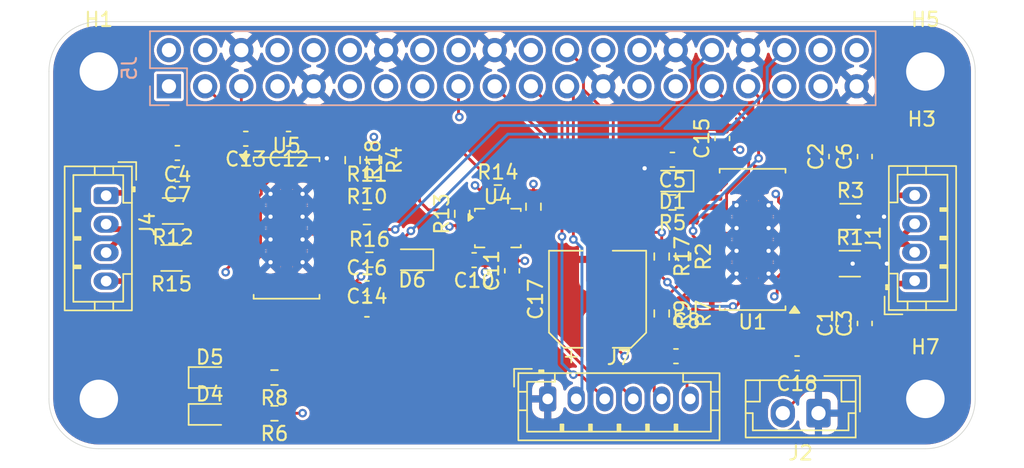
<source format=kicad_pcb>
(kicad_pcb (version 20241229) (generator "pcbnew") (generator_version "9.0")
  (layers (0 "F.Cu" signal) (4 "In1.Cu" power "In1.Cu - GND") (6 "In2.Cu" power "In2.Cu - SUPPLY") (2 "B.Cu" signal) (13 "F.Paste" user) (15 "B.Paste" user) (5 "F.SilkS" user "F.Silkscreen") (7 "B.SilkS" user "B.Silkscreen") (1 "F.Mask" user) (3 "B.Mask" user) (25 "Edge.Cuts" user))
  (net 0 "")
  (net 1 "Net-(U1-CPI)")
  (net 2 "Net-(U1-CPO)")
  (net 3 "GND")
  (net 4 "Net-(U1-VCP)")
  (net 5 "Net-(U1-5VOUT)")
  (net 6 "+3.3V")
  (net 7 "Net-(U5-VCP)")
  (net 8 "Net-(U5-CPO)")
  (net 9 "Net-(U5-CPI)")
  (net 10 "Net-(U5-5VOUT)")
  (net 11 "Net-(D1-A)")
  (net 12 "Net-(D4-A)")
  (net 13 "Net-(D5-A)")
  (net 14 "Net-(D6-A)")
  (net 15 "Net-(J1-Pin_4)")
  (net 16 "Net-(J1-Pin_3)")
  (net 17 "Net-(J1-Pin_2)")
  (net 18 "Net-(J1-Pin_1)")
  (net 19 "Net-(J4-Pin_3)")
  (net 20 "Net-(J4-Pin_4)")
  (net 21 "Net-(J4-Pin_1)")
  (net 22 "Net-(J4-Pin_2)")
  (net 23 "+5V")
  (net 28 "DIR1")
  (net 29 "SCLK")
  (net 34 "DIR2")
  (net 36 "MISO")
  (net 40 "STEP2")
  (net 43 "MOSI")
  (net 45 "SDA")
  (net 48 "CS")
  (net 49 "SCL")
  (net 50 "Net-(U1-BRA)")
  (net 51 "Net-(U1-MS1)")
  (net 52 "Net-(U1-BRB)")
  (net 53 "Net-(U5-MS1)")
  (net 54 "Net-(U1-DIAG)")
  (net 55 "Net-(U1-MS2)")
  (net 56 "Net-(U5-MS2)")
  (net 57 "Net-(U5-BRA)")
  (net 58 "Net-(U5-BRB)")
  (net 59 "Net-(U5-DIAG)")
  (net 60 "Net-(U4-CS)")
  (net 77 "VCC")
  (net 78 "STEP1")
  (footprint "Resistor_SMD:R_0603_1608Metric" (layer "F.Cu") (at 118.8125 110.225)
    (property "Reference" "R10")
    (property "Value" "10K")
  )
  (footprint "LED_SMD:LED_0603_1608Metric" (layer "F.Cu") (at 121.9875 113.225 180)
    (property "Reference" "D6")
    (property "Value" "LED")
  )
  (footprint "Resistor_SMD:R_1206_3216Metric" (layer "F.Cu") (at 152.75 110.2)
    (property "Reference" "R3")
    (property "Value" "220m")
  )
  (footprint "Resistor_SMD:R_0603_1608Metric" (layer "F.Cu") (at 125.5 110 90)
    (property "Reference" "R13")
    (property "Value" "10 K")
  )
  (footprint "Resistor_SMD:R_0603_1608Metric" (layer "F.Cu") (at 141 117 -90)
    (property "Reference" "R7")
    (property "Value" "10K")
  )
  (footprint "Resistor_SMD:R_1206_3216Metric" (layer "F.Cu") (at 105.2 109.8 180)
    (property "Reference" "R12")
    (property "Value" "220m")
  )
  (footprint "Connector_JST:JST_PH_B4B-PH-K_1x04_P2.00mm_Vertical" (layer "F.Cu") (at 157.25 114.7 90)
    (property "Reference" "J1")
    (property "Value" "Conn_01x04")
  )
  (footprint "Resistor_SMD:R_0603_1608Metric" (layer "F.Cu") (at 118.9875 113.225)
    (property "Reference" "R16")
    (property "Value" "1k")
  )
  (footprint "Resistor_SMD:R_0603_1608Metric" (layer "F.Cu") (at 117.8125 106.225 -90)
    (property "Reference" "R18")
    (property "Value" "R_Small")
  )
  (footprint "Resistor_SMD:R_0603_1608Metric" (layer "F.Cu") (at 130.5 109.5 -90)
    (property "Reference" "R19" (hide yes))
    (property "Value" "10k")
  )
  (footprint "Resistor_SMD:R_0603_1608Metric" (layer "F.Cu") (at 140.25 109.2 180)
    (property "Reference" "R5")
    (property "Value" "1k")
  )
  (footprint "Capacitor_SMD:C_0603_1608Metric" (layer "F.Cu") (at 113.3125 104.725 180)
    (property "Reference" "C12")
    (property "Value" "100n")
  )
  (footprint "Capacitor_SMD:C_0603_1608Metric" (layer "F.Cu") (at 110.3125 104.725 180)
    (property "Reference" "C13")
    (property "Value" "22n")
  )
  (footprint "Capacitor_SMD:CP_Elec_6.3x5.4" (layer "F.Cu") (at 135 116 90)
    (property "Reference" "C17")
    (property "Value" "330u")
  )
  (footprint "Capacitor_SMD:C_0603_1608Metric" (layer "F.Cu") (at 105.5125 105.725 180)
    (property "Reference" "C4")
    (property "Value" "100n")
  )
  (footprint "Capacitor_SMD:C_0603_1608Metric" (layer "F.Cu") (at 153.75 105.975 90)
    (property "Reference" "C6")
    (property "Value" "100n")
  )
  (footprint "Capacitor_SMD:C_0603_1608Metric" (layer "F.Cu") (at 151.75 105.975 90)
    (property "Reference" "C2")
    (property "Value" "100n")
  )
  (footprint "Resistor_SMD:R_0603_1608Metric" (layer "F.Cu") (at 141 113 -90)
    (property "Reference" "R2")
    (property "Value" "R_Small")
  )
  (footprint "Capacitor_SMD:C_0603_1608Metric" (layer "F.Cu") (at 126.3375 113.25 180)
    (property "Reference" "C10")
    (property "Value" "100nF")
  )
  (footprint "Capacitor_SMD:C_0603_1608Metric" (layer "F.Cu") (at 152.25 117.7 90)
    (property "Reference" "C1")
    (property "Value" "22n")
  )
  (footprint "Connector_JST:JST_EH_B2B-EH-A_1x02_P2.50mm_Vertical" (layer "F.Cu") (at 150.5 124 180)
    (property "Reference" "J2")
    (property "Value" "Conn_01x02")
  )
  (footprint "LED_SMD:LED_0603_1608Metric" (layer "F.Cu") (at 107.7875 124.09)
    (property "Reference" "D4")
    (property "Value" "LED")
  )
  (footprint "Resistor_SMD:R_1206_3216Metric" (layer "F.Cu") (at 152.7 113.5)
    (property "Reference" "R1")
    (property "Value" "220m")
  )
  (footprint "Connector_JST:JST_PH_B4B-PH-K_1x04_P2.00mm_Vertical" (layer "F.Cu") (at 100.5125 108.725 -90)
    (property "Reference" "J4")
    (property "Value" "Conn_01x04")
  )
  (footprint "Capacitor_SMD:C_0603_1608Metric" (layer "F.Cu") (at 153.75 117.7 90)
    (property "Reference" "C3")
    (property "Value" "100n")
  )
  (footprint "MountingHole:MountingHole_2.7mm_M2.5_Pad" (layer "F.Cu") (at 100 123)
    (property "Reference" "H3")
    (property "Value" "MountingHole_Pad")
  )
  (footprint "Connector_JST:JST_PH_B6B-PH-K_1x06_P2.00mm_Vertical" (layer "F.Cu") (at 131.5 123)
    (property "Reference" "J7")
    (property "Value" "Conn_01x06")
  )
  (footprint "Resistor_SMD:R_0603_1608Metric" (layer "F.Cu") (at 112.325 124.01 180)
    (property "Reference" "R6")
    (property "Value" "6.8k")
  )
  (footprint "Package_SO:HTSSOP-28-1EP_4.4x9.7mm_P0.65mm_EP2.85x5.4mm_ThermalVias" (layer "F.Cu") (at 113.175 111)
    (property "Reference" "U5")
    (property "Value" "~")
  )
  (footprint "Capacitor_SMD:C_0603_1608Metric" (layer "F.Cu") (at 105.5125 107.225 180)
    (property "Reference" "C7")
    (property "Value" "100n")
  )
  (footprint "MountingHole:MountingHole_2.7mm_M2.5_Pad" (layer "F.Cu") (at 100 100)
    (property "Reference" "H1")
    (property "Value" "MountingHole_Pad")
  )
  (footprint "Resistor_SMD:R_1206_3216Metric" (layer "F.Cu") (at 105.1 113.1 180)
    (property "Reference" "R15")
    (property "Value" "220m")
  )
  (footprint "Capacitor_SMD:C_0603_1608Metric" (layer "F.Cu") (at 140.25 106.2 180)
    (property "Reference" "C5")
    (property "Value" "2u2")
  )
  (footprint "Package_SO:HTSSOP-28-1EP_4.4x9.7mm_P0.65mm_EP2.85x5.4mm_ThermalVias" (layer "F.Cu") (at 145.875 111.8 180)
    (property "Reference" "U1")
    (property "Value" "~")
  )
  (footprint "Capacitor_SMD:C_0603_1608Metric" (layer "F.Cu") (at 118.8125 116.725)
    (property "Reference" "C14")
    (property "Value" "2u2")
  )
  (footprint "MountingHole:MountingHole_2.7mm_M2.5_Pad" (layer "F.Cu") (at 158 123)
    (property "Reference" "H7")
    (property "Value" "MountingHole_Pad")
  )
  (footprint "Capacitor_SMD:C_0603_1608Metric" (layer "F.Cu") (at 143.75 104.7 90)
    (property "Reference" "C15")
    (property "Value" "100n")
  )
  (footprint "Capacitor_SMD:C_0603_1608Metric" (layer "F.Cu") (at 118.8125 115.225)
    (property "Reference" "C16")
    (property "Value" "100n")
  )
  (footprint "Resistor_SMD:R_0603_1608Metric" (layer "F.Cu") (at 139.5 113 -90)
    (property "Reference" "R17")
    (property "Value" "R_Small")
  )
  (footprint "LED_SMD:LED_0603_1608Metric" (layer "F.Cu") (at 107.7875 121.5)
    (property "Reference" "D5")
    (property "Value" "LED")
  )
  (footprint "MountingHole:MountingHole_2.7mm_M2.5_Pad" (layer "F.Cu") (at 158 100)
    (property "Reference" "H5")
    (property "Value" "MountingHole_Pad")
  )
  (footprint "Resistor_SMD:R_0603_1608Metric" (layer "F.Cu") (at 118.8125 108.725)
    (property "Reference" "R11")
    (property "Value" "10K")
  )
  (footprint "Capacitor_SMD:C_0603_1608Metric" (layer "F.Cu") (at 149 120.5 180)
    (property "Reference" "C18")
    (property "Value" "100n")
  )
  (footprint "Capacitor_SMD:C_0603_1608Metric" (layer "F.Cu") (at 140.5 120)
    (property "Reference" "C8")
    (property "Value" "100n")
  )
  (footprint "Capacitor_SMD:C_0603_1608Metric" (layer "F.Cu") (at 129 114 90)
    (property "Reference" "C11")
    (property "Value" "100nF")
  )
  (footprint "Resistor_SMD:R_0603_1608Metric" (layer "F.Cu") (at 128 108.5)
    (property "Reference" "R14")
    (property "Value" "10K")
  )
  (footprint "Package_LGA:LGA-14_3x2.5mm_P0.5mm_LayoutBorder3x4y" (layer "F.Cu") (at 128 111)
    (property "Reference" "U4")
    (property "Value" "LSM6DSOX")
  )
  (footprint "Resistor_SMD:R_0603_1608Metric" (layer "F.Cu") (at 139.5 117 -90)
    (property "Reference" "R9")
    (property "Value" "10K")
  )
  (footprint "Resistor_SMD:R_0603_1608Metric" (layer "F.Cu") (at 119.3125 106.225 -90)
    (property "Reference" "R4")
    (property "Value" "R_Small")
  )
  (footprint "LED_SMD:LED_0603_1608Metric" (layer "F.Cu") (at 140.25 107.7 180)
    (property "Reference" "D1")
    (property "Value" "LED")
  )
  (footprint "Resistor_SMD:R_0603_1608Metric" (layer "F.Cu") (at 112.325 121.5 180)
    (property "Reference" "R8")
    (property "Value" "6.8k")
  )
  (footprint "Connector_PinSocket_2.54mm:PinSocket_2x20_P2.54mm_Vertical" (layer "B.Cu") (at 104.92 101.04 -90)
    (property "Reference" "J5")
    (property "Value" "Rpi 2W Zéro")
  )
  (gr_arc (start 161.5 123) (mid 160.474874 125.474874) (end 158 126.5) (stroke (width 0.05)) (layer "Edge.Cuts"))
  (gr_line (start 158 126.5) (end 100 126.5) (stroke (width 0.05)) (layer "Edge.Cuts"))
  (gr_arc (start 96.5 100) (mid 97.525126 97.525126) (end 100 96.5) (stroke (width 0.05)) (layer "Edge.Cuts"))
  (gr_line (start 161.5 100) (end 161.5 123) (stroke (width 0.05)) (layer "Edge.Cuts"))
  (gr_line (start 96.5 123) (end 96.5 100) (stroke (width 0.05)) (layer "Edge.Cuts"))
  (gr_arc (start 158 96.5) (mid 160.474874 97.525126) (end 161.5 100) (stroke (width 0.05)) (layer "Edge.Cuts"))
  (gr_line (start 100 96.5) (end 158 96.5) (stroke (width 0.05)) (layer "Edge.Cuts"))
  (gr_arc (start 100 126.5) (mid 97.525126 125.474874) (end 96.5 123) (stroke (width 0.05)) (layer "Edge.Cuts"))
  (segment (start 151.125 116.925) (end 152.25 116.925) (width 0.2) (layer "F.Cu") (net 1))
  (segment (start 149.575 115.375) (end 151.125 116.925) (width 0.2) (layer "F.Cu") (net 1))
  (segment (start 148.7375 115.375) (end 149.575 115.375) (width 0.2) (layer "F.Cu") (net 1))
  (segment (start 148.7375 116.025) (end 151.1875 118.475) (width 0.2) (layer "F.Cu") (net 2))
  (segment (start 151.1875 118.475) (end 152.25 118.475) (width 0.2) (layer "F.Cu") (net 2))
  (segment (start 154.2125 110.2) (end 155.1 110.2) (width 0.2) (layer "F.Cu") (net 3))
  (segment (start 140.1375 106.8) (end 138.3 106.8) (width 0.2) (layer "F.Cu") (net 3))
  (segment (start 154.2125 110.2) (end 153.3 110.2) (width 0.2) (layer "F.Cu") (net 3))
  (segment (start 154.1625 113.5) (end 155.3 113.5) (width 0.4) (layer "F.Cu") (net 3))
  (segment (start 154.1625 113.5) (end 152.9 113.5) (width 0.4) (layer "F.Cu") (net 3))
  (segment (start 116.0375 106.1375) (end 116 106.1) (width 0.2) (layer "F.Cu") (net 3))
  (segment (start 141.0375 107.7) (end 140.1375 106.8) (width 0.2) (layer "F.Cu") (net 3))
  (segment (start 116.0375 106.775) (end 116.0375 106.1375) (width 0.2) (layer "F.Cu") (net 3))
  (via (at 155.3 113.5) (size 0.6) (drill 0.3) (layers "F.Cu" "B.Cu") (net 3))
  (via (at 138.3 106.8) (size 0.6) (drill 0.3) (layers "F.Cu" "B.Cu") (net 3))
  (via (at 116 106.1) (size 0.6) (drill 0.3) (layers "F.Cu" "B.Cu") (net 3))
  (via (at 153.3 110.2) (size 0.6) (drill 0.3) (layers "F.Cu" "B.Cu") (net 3))
  (via (at 155.1 110.2) (size 0.6) (drill 0.3) (layers "F.Cu" "B.Cu") (net 3))
  (via (at 152.9 113.5) (size 0.6) (drill 0.3) (layers "F.Cu" "B.Cu") (net 3))
  (segment (start 148.7375 114.725) (end 149.816479 114.725) (width 0.2) (layer "F.Cu") (net 4))
  (segment (start 151.265479 116.174) (end 152.999 116.174) (width 0.2) (layer "F.Cu") (net 4))
  (segment (start 149.816479 114.725) (end 151.265479 116.174) (width 0.2) (layer "F.Cu") (net 4))
  (segment (start 152.999 116.174) (end 153.75 116.925) (width 0.2) (layer "F.Cu") (net 4))
  (segment (start 141.6375 106.2) (end 143.0125 107.575) (width 0.2) (layer "F.Cu") (net 5))
  (segment (start 141.025 106.2) (end 141.6375 106.2) (width 0.2) (layer "F.Cu") (net 5))
  (segment (start 119.3125 104.6125) (end 119.3 104.6) (width 0.2) (layer "F.Cu") (net 6))
  (segment (start 130.5 108.675) (end 130.5 107.9) (width 0.2) (layer "F.Cu") (net 6))
  (segment (start 129.1625 111.75) (end 129.1625 113.0625) (width 0.2) (layer "F.Cu") (net 6))
  (segment (start 144.051 105.776) (end 143.75 105.475) (width 0.2) (layer "F.Cu") (net 6))
  (segment (start 138 111.3) (end 139.5 111.3) (width 0.2) (layer "F.Cu") (net 6))
  (segment (start 125.24 101.04) (end 125.24 103.14) (width 0.2) (layer "F.Cu") (net 6))
  (segment (start 139.5 112.175) (end 139.5 112) (width 0.1) (layer "F.Cu") (net 6))
  (segment (start 127.175 108.5) (end 126.9 108.5) (width 0.2) (layer "F.Cu") (net 6))
  (segment (start 127.1125 114.0875) (end 127.1 114.1) (width 0.2) (layer "F.Cu") (net 6))
  (segment (start 139.709936 119.224) (end 137.8 117.314064) (width 0.2) (layer "F.Cu") (net 6))
  (segment (start 118.0375 114.7625) (end 118.4 114.4) (width 0.2) (layer "F.Cu") (net 6))
  (segment (start 129.9 113.3) (end 129.3 113.3) (width 0.2) (layer "F.Cu") (net 6))
  (segment (start 113.15 121.5) (end 113.15 116.725001) (width 0.2) (layer "F.Cu") (net 6))
  (segment (start 117.8125 105.4) (end 119.3125 105.4) (width 0.2) (layer "F.Cu") (net 6))
  (segment (start 117.3875 114.575) (end 118.0375 115.225) (width 0.2) (layer "F.Cu") (net 6))
  (segment (start 137.8 111.5) (end 138 111.3) (width 0.2) (layer "F.Cu") (net 6))
  (segment (start 129.225 113.225) (end 129 113.225) (width 0.2) (layer "F.Cu") (net 6))
  (segment (start 119.3125 105.4) (end 119.3125 104.6125) (width 0.2) (layer "F.Cu") (net 6))
  (segment (start 143.0125 108.225) (end 143.66987 108.225) (width 0.2) (layer "F.Cu") (net 6))
  (segment (start 141.275 120) (end 141.275 122.775) (width 0.2) (layer "F.Cu") (net 6))
  (segment (start 141.275 120) (end 140.499 119.224) (width 0.2) (layer "F.Cu") (net 6))
  (segment (start 115.300001 114.575) (end 116.0375 114.575) (width 0.2) (layer "F.Cu") (net 6))
  (segment (start 125.24 101.04) (end 125.24 101.76) (width 0.1) (layer "F.Cu") (net 6))
  (segment (start 140.499 119.224) (end 139.709936 119.224) (width 0.2) (layer "F.Cu") (net 6))
  (segment (start 141.5 120.225) (end 141.275 120) (width 0.1) (layer "F.Cu") (net 6))
  (segment (start 129.1625 113.0625) (end 129 113.225) (width 0.2) (layer "F.Cu") (net 6))
  (segment (start 125.5 110.825) (end 124.675 110.825) (width 0.2) (layer "F.Cu") (net 6))
  (segment (start 139.5 112.175) (end 139.5 111.3) (width 0.2) (layer "F.Cu") (net 6))
  (segment (start 124.675 110.825) (end 124.6 110.9) (width 0.2) (layer "F.Cu") (net 6))
  (segment (start 129.3 113.3) (end 129.225 113.225) (width 0.2) (layer "F.Cu") (net 6))
  (segment (start 141.275 122.775) (end 141.5 123) (width 0.2) (layer "F.Cu") (net 6))
  (segment (start 137.8 117.314064) (end 137.8 111.5) (width 0.2) (layer "F.Cu") (net 6))
  (segment (start 127.1125 113.25) (end 127.1125 114.0875) (width 0.2) (layer "F.Cu") (net 6))
  (segment (start 127.5 111.9125) (end 127.5 112.8625) (width 0.2) (layer "F.Cu") (net 6))
  (segment (start 113.15 116.725001) (end 115.300001 114.575) (width 0.2) (layer "F.Cu") (net 6))
  (segment (start 116.0375 114.575) (end 117.3875 114.575) (width 0.2) (layer "F.Cu") (net 6))
  (segment (start 127.5 112.8625) (end 127.1125 113.25) (width 0.2) (layer "F.Cu") (net 6))
  (segment (start 118.0375 115.225) (end 118.0375 114.7625) (width 0.2) (layer "F.Cu") (net 6))
  (segment (start 143.75 105.475) (end 144.975 105.475) (width 0.2) (layer "F.Cu") (net 6))
  (segment (start 139.5 112.175) (end 141 112.175) (width 0.2) (layer "F.Cu") (net 6))
  (segment (start 143.66987 108.225) (end 144.051 107.84387) (width 0.2) (layer "F.Cu") (net 6))
  (segment (start 144.975 105.475) (end 145 105.5) (width 0.2) (layer "F.Cu") (net 6))
  (segment (start 144.051 107.84387) (end 144.051 105.776) (width 0.2) (layer "F.Cu") (net 6))
  (segment (start 125.24 103.14) (end 125.3 103.2) (width 0.2) (layer "F.Cu") (net 6))
  (segment (start 126.9 108.5) (end 126.4 108) (width 0.2) (layer "F.Cu") (net 6))
  (via (at 124.6 110.9) (size 0.6) (drill 0.3) (layers "F.Cu" "B.Cu") (net 6))
  (via (at 127.1 114.1) (size 0.6) (drill 0.3) (layers "F.Cu" "B.Cu") (net 6))
  (via (at 145 105.5) (size 0.6) (drill 0.3) (layers "F.Cu" "B.Cu") (net 6))
  (via (at 129.9 113.3) (size 0.6) (drill 0.3) (layers "F.Cu" "B.Cu") (net 6))
  (via (at 118.4 114.4) (size 0.6) (drill 0.3) (layers "F.Cu" "B.Cu") (net 6))
  (via (at 139.5 111.3) (size 0.6) (drill 0.3) (layers "F.Cu" "B.Cu") (net 6))
  (via (at 125.3 103.2) (size 0.6) (drill 0.3) (layers "F.Cu" "B.Cu") (net 6))
  (via (at 119.3 104.6) (size 0.6) (drill 0.3) (layers "F.Cu" "B.Cu") (net 6))
  (via (at 130.5 107.9) (size 0.6) (drill 0.3) (layers "F.Cu" "B.Cu") (net 6))
  (via (at 126.4 108) (size 0.6) (drill 0.3) (layers "F.Cu" "B.Cu") (net 6))
  (segment (start 112.5375 106.50737) (end 112.5375 104.725) (width 0.2) (layer "F.Cu") (net 7))
  (segment (start 110.3125 108.075) (end 110.96987 108.075) (width 0.2) (layer "F.Cu") (net 7))
  (segment (start 110.96987 108.075) (end 112.5375 106.50737) (width 0.2) (layer "F.Cu") (net 7))
  (segment (start 110.3125 106.775) (end 111.0875 106) (width 0.2) (layer "F.Cu") (net 8))
  (segment (start 111.0875 106) (end 111.0875 104.725) (width 0.2) (layer "F.Cu") (net 8))
  (segment (start 110.3125 107.425) (end 109.65513 107.425) (width 0.2) (layer "F.Cu") (net 9))
  (segment (start 109.5375 104.725) (end 109.324 104.9385) (width 0.1) (layer "F.Cu") (net 9))
  (segment (start 109.65513 107.425) (end 109.274 107.04387) (width 0.2) (layer "F.Cu") (net 9))
  (segment (start 109.274 104.9885) (end 109.5375 104.725) (width 0.2) (layer "F.Cu") (net 9))
  (segment (start 109.575001 107.425) (end 110.3125 107.425) (width 0.1) (layer "F.Cu") (net 9))
  (segment (start 109.274 107.04387) (end 109.274 104.9885) (width 0.2) (layer "F.Cu") (net 9))
  (segment (start 117.5375 116.725) (end 118.0375 116.725) (width 0.2) (layer "F.Cu") (net 10))
  (segment (start 116.0375 115.225) (end 117.5375 116.725) (width 0.2) (layer "F.Cu") (net 10))
  (segment (start 139.425 107.7375) (end 139.4625 107.7) (width 0.2) (layer "F.Cu") (net 11))
  (segment (start 139.425 109.2) (end 139.425 107.7375) (width 0.2) (layer "F.Cu") (net 11))
  (segment (start 108.575 124.09) (end 111.42 124.09) (width 0.2) (layer "F.Cu") (net 12))
  (segment (start 111.42 124.09) (end 111.5 124.01) (width 0.2) (layer "F.Cu") (net 12))
  (segment (start 111.5 121.5) (end 108.575 121.5) (width 0.2) (layer "F.Cu") (net 13))
  (segment (start 119.8125 113.225) (end 121.2 113.225) (width 0.2) (layer "F.Cu") (net 14))
  (segment (start 150.3 109.8) (end 149.925 110.175) (width 0.4) (layer "F.Cu") (net 15))
  (segment (start 150.3 109.32242) (end 150.3 109.8) (width 0.4) (layer "F.Cu") (net 15))
  (segment (start 150.92242 108.7) (end 150.3 109.32242) (width 0.4) (layer "F.Cu") (net 15))
  (segment (start 157.25 108.7) (end 150.92242 108.7) (width 0.4) (layer "F.Cu") (net 15))
  (segment (start 149.925 110.175) (end 148.7375 110.175) (width 0.4) (layer "F.Cu") (net 15))
  (segment (start 148.7375 111.475) (end 156.475 111.475) (width 0.4) (layer "F.Cu") (net 16))
  (segment (start 156.475 111.475) (end 157.25 110.7) (width 0.4) (layer "F.Cu") (net 16))
  (segment (start 148.7375 112.125) (end 156.675 112.125) (width 0.4) (layer "F.Cu") (net 17))
  (segment (start 156.675 112.125) (end 157.25 112.7) (width 0.4) (layer "F.Cu") (net 17))
  (segment (start 150.7 114.9) (end 157.05 114.9) (width 0.4) (layer "F.Cu") (net 18))
  (segment (start 149.536292 113.425) (end 150.2 114.088708) (width 0.4) (layer "F.Cu") (net 18))
  (segment (start 150.2 114.088708) (end 150.2 114.4) (width 0.4) (layer "F.Cu") (net 18))
  (segment (start 150.2 114.4) (end 150.7 114.9) (width 0.4) (layer "F.Cu") (net 18))
  (segment (start 148.7375 113.425) (end 149.536292 113.425) (width 0.4) (layer "F.Cu") (net 18))
  (segment (start 157.05 114.9) (end 157.25 114.7) (width 0.4) (layer "F.Cu") (net 18))
  (segment (start 107.852522 111.325) (end 110.3125 111.325) (width 0.4) (layer "F.Cu") (net 19))
  (segment (start 100.5125 112.6875) (end 100.5125 112.725) (width 0.4) (layer "F.Cu") (net 19))
  (segment (start 107.477522 111.7) (end 101.5 111.7) (width 0.4) (layer "F.Cu") (net 19))
  (segment (start 107.477522 111.7) (end 107.852522 111.325) (width 0.4) (layer "F.Cu") (net 19))
  (segment (start 101.5 111.7) (end 100.5125 112.6875) (width 0.4) (layer "F.Cu") (net 19))
  (segment (start 110.3125 112.625) (end 108.90258 112.625) (width 0.4) (layer "F.Cu") (net 20))
  (segment (start 108.90258 112.625) (end 106.80258 114.725) (width 0.4) (layer "F.Cu") (net 20))
  (segment (start 110.3125 112.625) (end 109.575001 112.625) (width 0.1) (layer "F.Cu") (net 20))
  (segment (start 106.80258 114.725) (end 100.5125 114.725) (width 0.4) (layer "F.Cu") (net 20))
  (segment (start 108.10258 109.375) (end 110.3125 109.375) (width 0.4) (layer "F.Cu") (net 21))
  (segment (start 100.7135 108.524) (end 100.5125 108.725) (width 0.4) (layer "F.Cu") (net 21))
  (segment (start 108.10258 109.375) (end 107.25158 108.524) (width 0.4) (layer "F.Cu") (net 21))
  (segment (start 107.25158 108.524) (end 100.7135 108.524) (width 0.4) (layer "F.Cu") (net 21))
  (segment (start 107.25158 111.076) (end 107.65258 110.675) (width 0.4) (layer "F.Cu") (net 22))
  (segment (start 100.8635 111.076) (end 107.25158 111.076) (width 0.4) (layer "F.Cu") (net 22))
  (segment (start 107.65258 110.675) (end 110.3125 110.675) (width 0.4) (layer "F.Cu") (net 22))
  (segment (start 100.5125 110.725) (end 100.8635 111.076) (width 0.4) (layer "F.Cu") (net 22))
  (segment (start 116.0375 111.975) (end 121.125 111.975) (width 0.2) (layer "F.Cu") (net 28))
  (segment (start 121.125 111.975) (end 121.9 111.2) (width 0.2) (layer "F.Cu") (net 28))
  (via (at 121.9 111.2) (size 0.6) (drill 0.3) (layers "F.Cu" "B.Cu") (net 28))
  (segment (start 121.9 111.2) (end 128.699 104.401) (width 0.2) (layer "B.Cu") (net 28))
  (segment (start 146.9 101.32776) (end 146.9 99.7) (width 0.2) (layer "B.Cu") (net 28))
  (segment (start 146.9 99.7) (end 148.1 98.5) (width 0.2) (layer "B.Cu") (net 28))
  (segment (start 128.699 104.401) (end 143.82676 104.401) (width 0.2) (layer "B.Cu") (net 28))
  (segment (start 143.82676 104.401) (end 146.9 101.32776) (width 0.2) (layer "B.Cu") (net 28))
  (segment (start 132.86 101.04) (end 133.3 101.48) (width 0.2) (layer "F.Cu") (net 29))
  (segment (start 133.3 101.48) (end 133.3 111.8) (width 0.2) (layer "F.Cu") (net 29))
  (via (at 133.3 111.8) (size 0.6) (drill 0.3) (layers "F.Cu" "B.Cu") (net 29))
  (segment (start 133.901 122.599) (end 133.5 123) (width 0.2) (layer "B.Cu") (net 29))
  (segment (start 133.3 111.8) (end 133.901 112.401) (width 0.2) (layer "B.Cu") (net 29))
  (segment (start 133.901 112.401) (end 133.901 122.599) (width 0.2) (layer "B.Cu") (net 29))
  (segment (start 143.02 101.04) (end 145.601 103.621) (width 0.2) (layer "F.Cu") (net 34))
  (segment (start 143.66987 110.825) (end 143.0125 110.825) (width 0.2) (layer "F.Cu") (net 34))
  (segment (start 145.601 107.05613) (end 144.051 108.60613) (width 0.2) (layer "F.Cu") (net 34))
  (segment (start 144.051 108.60613) (end 144.051 110.44387) (width 0.2) (layer "F.Cu") (net 34))
  (segment (start 145.601 103.621) (end 145.601 107.05613) (width 0.2) (layer "F.Cu") (net 34))
  (segment (start 144.051 110.44387) (end 143.66987 110.825) (width 0.2) (layer "F.Cu") (net 34))
  (segment (start 133.3 121.3) (end 133.8 121.3) (width 0.2) (layer "F.Cu") (net 36))
  (segment (start 133.8 121.3) (end 135.5 123) (width 0.2) (layer "F.Cu") (net 36))
  (segment (start 130.32 101.04) (end 132.5 103.22) (width 0.2) (layer "F.Cu") (net 36))
  (segment (start 132.5 103.22) (end 132.5 111.6) (width 0.2) (layer "F.Cu") (net 36))
  (via (at 133.3 121.3) (size 0.6) (drill 0.3) (layers "F.Cu" "B.Cu") (net 36))
  (via (at 132.5 111.6) (size 0.6) (drill 0.3) (layers "F.Cu" "B.Cu") (net 36))
  (segment (start 133.3 121.3) (end 133.301 121.301) (width 0.2) (layer "B.Cu") (net 36))
  (segment (start 132.5 111.6) (end 132.5 120.5) (width 0.2) (layer "B.Cu") (net 36))
  (segment (start 132.5 120.5) (end 133.3 121.3) (width 0.2) (layer "B.Cu") (net 36))
  (segment (start 146.3 101.78) (end 146.3 106.1) (width 0.2) (layer "F.Cu") (net 40))
  (segment (start 141.7 111.549999) (end 142.275001 112.125) (width 0.2) (layer "F.Cu") (net 40))
  (segment (start 142.275001 112.125) (end 143.0125 112.125) (width 0.2) (layer "F.Cu") (net 40))
  (segment (start 141.7 111.2) (end 141.7 111.549999) (width 0.2) (layer "F.Cu") (net 40))
  (segment (start 145.56 101.04) (end 146.3 101.78) (width 0.2) (layer "F.Cu") (net 40))
  (via (at 141.7 111.2) (size 0.6) (drill 0.3) (layers "F.Cu" "B.Cu") (net 40))
  (via (at 146.3 106.1) (size 0.6) (drill 0.3) (layers "F.Cu" "B.Cu") (net 40))
  (segment (start 146.3 106.1) (end 141.7 110.7) (width 0.2) (layer "B.Cu") (net 40))
  (segment (start 141.7 110.7) (end 141.7 111.2) (width 0.2) (layer "B.Cu") (net 40))
  (segment (start 135.125397 121.825397) (end 136.325397 121.825397) (width 0.2) (layer "F.Cu") (net 43))
  (segment (start 136.325397 121.825397) (end 137.5 123) (width 0.2) (layer "F.Cu") (net 43))
  (segment (start 127.78 101.04) (end 131.276 104.536) (width 0.2) (layer "F.Cu") (net 43))
  (segment (start 131.276 117.976) (end 135.125397 121.825397) (width 0.2) (layer "F.Cu") (net 43))
  (segment (start 131.276 104.536) (end 131.276 117.976) (width 0.2) (layer "F.Cu") (net 43))
  (segment (start 119.498943 103.949) (end 122.5 106.950057) (width 0.2) (layer "F.Cu") (net 45))
  (segment (start 123.124076 109.724076) (end 127.175924 109.724076) (width 0.2) (layer "F.Cu") (net 45))
  (segment (start 110.369 103.949) (end 119.498943 103.949) (width 0.2) (layer "F.Cu") (net 45))
  (segment (start 122.5 106.950057) (end 122.5 109.1) (width 0.2) (layer "F.Cu") (net 45))
  (segment (start 127.5 110.048152) (end 127.5 110.0875) (width 0.2) (layer "F.Cu") (net 45))
  (segment (start 126.626848 109.175) (end 127.175924 109.724076) (width 0.2) (layer "F.Cu") (net 45))
  (segment (start 107.46 101.04) (end 110.369 103.949) (width 0.2) (layer "F.Cu") (net 45))
  (segment (start 122.5 109.1) (end 123.124076 109.724076) (width 0.2) (layer "F.Cu") (net 45))
  (segment (start 125.5 109.175) (end 126.626848 109.175) (width 0.2) (layer "F.Cu") (net 45))
  (segment (start 127.175924 109.724076) (end 127.5 110.048152) (width 0.2) (layer "F.Cu") (net 45))
  (segment (start 136.101 103.36876) (end 134.011 101.27876) (width 0.2) (layer "F.Cu") (net 48))
  (segment (start 134.011 101.27876) (end 134.011 99.651) (width 0.2) (layer "F.Cu") (net 48))
  (segment (start 134.011 99.651) (end 132.86 98.5) (width 0.2) (layer "F.Cu") (net 48))
  (segment (start 138.974 119.055164) (end 136.101 116.182164) (width 0.2) (layer "F.Cu") (net 48))
  (segment (start 139.5 123) (end 138.974 122.474) (width 0.2) (layer "F.Cu") (net 48))
  (segment (start 138.974 122.474) (end 138.974 119.055164) (width 0.2) (layer "F.Cu") (net 48))
  (segment (start 136.101 116.182164) (end 136.101 103.36876) (width 0.2) (layer "F.Cu") (net 48))
  (segment (start 128.825 108.5) (end 128 109.325) (width 0.2) (layer "F.Cu") (net 49))
  (segment (start 110 102.948) (end 110.6 103.548) (width 0.2) (layer "F.Cu") (net 49))
  (segment (start 123.412064 103.548) (end 128 108.135936) (width 0.2) (layer "F.Cu") (net 49))
  (segment (start 128 109.325) (end 128 110.0875) (width 0.2) (layer "F.Cu") (net 49))
  (segment (start 128 108.135936) (end 128 109.325) (width 0.2) (layer "F.Cu") (net 49))
  (segment (start 110 101.04) (end 110 102.948) (width 0.2) (layer "F.Cu") (net 49))
  (segment (start 110.6 103.548) (end 123.412064 103.548) (width 0.2) (layer "F.Cu") (net 49))
  (segment (start 148.7375 112.775) (end 150.5125 112.775) (width 0.4) (layer "F.Cu") (net 50))
  (segment (start 150.5125 112.775) (end 151.2375 113.5) (width 0.4) (layer "F.Cu") (net 50))
  (segment (start 141.25 114.075) (end 141 113.825) (width 0.2) (layer "F.Cu") (net 51))
  (segment (start 143.749999 114.075) (end 143.0125 114.075) (width 0.1) (layer "F.Cu") (net 51))
  (segment (start 141.6 114.075) (end 139.5 116.175) (width 0.2) (layer "F.Cu") (net 51))
  (segment (start 143.0125 114.075) (end 141.6 114.075) (width 0.2) (layer "F.Cu") (net 51))
  (segment (start 143.0125 114.075) (end 141.25 114.075) (width 0.2) (layer "F.Cu") (net 51))
  (segment (start 148.7375 110.825) (end 150.6625 110.825) (width 0.4) (layer "F.Cu") (net 52))
  (segment (start 150.6625 110.825) (end 151.2875 110.2) (width 0.4) (layer "F.Cu") (net 52))
  (segment (start 116.62416 108.725) (end 116.0375 108.725) (width 0.1) (layer "F.Cu") (net 53))
  (segment (start 117.9875 110.225) (end 117.9875 109.6885) (width 0.2) (layer "F.Cu") (net 53))
  (segment (start 116.798436 108.725) (end 117.574436 109.501) (width 0.2) (layer "F.Cu") (net 53))
  (segment (start 119.3125 107.05) (end 118.9865 107.376) (width 0.1) (layer "F.Cu") (net 53))
  (segment (start 118.9365 108.965064) (end 118.9365 107.426) (width 0.2) (layer "F.Cu") (net 53))
  (segment (start 118.9365 107.426) (end 119.3125 107.05) (width 0.2) (layer "F.Cu") (net 53))
  (segment (start 117.574436 109.501) (end 117.8 109.501) (width 0.2) (layer "F.Cu") (net 53))
  (segment (start 117.9875 110.225) (end 117.9875 110.08834) (width 0.1) (layer "F.Cu") (net 53))
  (segment (start 116.0375 108.725) (end 116.798436 108.725) (width 0.2) (layer "F.Cu") (net 53))
  (segment (start 118.400564 109.501) (end 118.9365 108.965064) (width 0.2) (layer "F.Cu") (net 53))
  (segment (start 117.9875 109.6885) (end 117.8 109.501) (width 0.2) (layer "F.Cu") (net 53))
  (segment (start 117.8 109.501) (end 118.400564 109.501) (width 0.2) (layer "F.Cu") (net 53))
  (segment (start 141.4 109.525) (end 143.0125 109.525) (width 0.2) (layer "F.Cu") (net 54))
  (segment (start 141.075 109.2) (end 141.4 109.525) (width 0.2) (layer "F.Cu") (net 54))
  (segment (start 144.9 116.3) (end 144.9 115.875001) (width 0.2) (layer "F.Cu") (net 55))
  (segment (start 141 115.775) (end 142.05 114.725) (width 0.2) (layer "F.Cu") (net 55))
  (segment (start 144.9 115.875001) (end 143.749999 114.725) (width 0.2) (layer "F.Cu") (net 55))
  (segment (start 139.5 113.825) (end 139.5 114.4) (width 0.2) (layer "F.Cu") (net 55))
  (segment (start 141 116.175) (end 141 115.775) (width 0.2) (layer "F.Cu") (net 55))
  (segment (start 144.5 116.5) (end 144.7 116.5) (width 0.2) (layer "F.Cu") (net 55))
  (segment (start 144.7 116.5) (end 144.9 116.3) (width 0.2) (layer "F.Cu") (net 55))
  (segment (start 142.05 114.725) (end 143.0125 114.725) (width 0.2) (layer "F.Cu") (net 55))
  (segment (start 143.749999 114.725) (end 143.0125 114.725) (width 0.2) (layer "F.Cu") (net 55))
  (segment (start 139.5 114.4) (end 139.9 114.8) (width 0.2) (layer "F.Cu") (net 55))
  (via (at 139.9 114.8) (size 0.6) (drill 0.3) (layers "F.Cu" "B.Cu") (net 55))
  (via (at 144.5 116.5) (size 0.6) (drill 0.3) (layers "F.Cu" "B.Cu") (net 55))
  (segment (start 139.9 114.8) (end 141.6 116.5) (width 0.2) (layer "B.Cu") (net 55))
  (segment (start 141.6 116.5) (end 144.5 116.5) (width 0.2) (layer "B.Cu") (net 55))
  (segment (start 117.3375 108.075) (end 117.9875 108.725) (width 0.2) (layer "F.Cu") (net 56))
  (segment (start 116.0375 108.075) (end 116.7875 108.075) (width 0.2) (layer "F.Cu") (net 56))
  (segment (start 116.7875 108.075) (end 117.8125 107.05) (width 0.2) (layer "F.Cu") (net 56))
  (segment (start 116.0375 108.075) (end 117.3375 108.075) (width 0.2) (layer "F.Cu") (net 56))
  (segment (start 106.8875 110.025) (end 110.3125 110.025) (width 0.4) (layer "F.Cu") (net 57))
  (segment (start 110.1125 110.225) (end 110.3125 110.025) (width 0.1) (layer "F.Cu") (net 57))
  (segment (start 106.6625 109.8) (end 106.8875 110.025) (width 0.4) (layer "F.Cu") (net 57))
  (segment (start 108.052464 111.975) (end 106.927464 113.1) (width 0.4) (layer "F.Cu") (net 58))
  (segment (start 106.927464 113.1) (end 106.5625 113.1) (width 0.4) (layer "F.Cu") (net 58))
  (segment (start 108.052464 111.975) (end 110.3125 111.975) (width 0.4) (layer "F.Cu") (net 58))
  (segment (start 116.0375 113.275) (end 118.1125 113.275) (width 0.2) (layer "F.Cu") (net 59))
  (segment (start 118.1125 113.275) (end 118.1625 113.225) (width 0.2) (layer "F.Cu") (net 59))
  (segment (start 116.0875 113.225) (end 116.0375 113.275) (width 0.1) (layer "F.Cu") (net 59))
  (segment (start 128.5 109.775001) (end 128.5 110.0875) (width 0.2) (layer "F.Cu") (net 60))
  (segment (start 128.675001 109.6) (end 128.5 109.775001) (width 0.2) (layer "F.Cu") (net 60))
  (segment (start 130 109.6) (end 128.675001 109.6) (width 0.2) (layer "F.Cu") (net 60))
  (segment (start 130.5 110.325) (end 130.5 110.1) (width 0.2) (layer "F.Cu") (net 60))
  (segment (start 130.5 110.1) (end 130 109.6) (width 0.2) (layer "F.Cu") (net 60))
  (segment (start 111.351 112.973999) (end 111.049999 113.275) (width 0.2) (layer "F.Cu") (net 77))
  (segment (start 111.4 108.6) (end 111.275 108.725) (width 0.2) (layer "F.Cu") (net 77))
  (segment (start 110.3125 113.275) (end 109.575001 113.275) (width 0.2) (layer "F.Cu") (net 77))
  (segment (start 135 118.8) (end 135.7 118.8) (width 0.2) (layer "F.Cu") (net 77))
  (segment (start 111.351 109.026001) (end 111.351 112.973999) (width 0.2) (layer "F.Cu") (net 77))
  (segment (start 148.7375 114.075) (end 148.000001 114.075) (width 0.2) (layer "F.Cu") (net 77))
  (segment (start 153.75 118.475) (end 151.725 120.5) (width 0.2) (layer "F.Cu") (net 77))
  (segment (start 108.425 108.725) (end 110.3125 108.725) (width 0.2) (layer "F.Cu") (net 77))
  (segment (start 149.474999 109.525) (end 149.799 109.200999) (width 0.2) (layer "F.Cu") (net 77))
  (segment (start 114.29 124.01) (end 114.3 124) (width 0.2) (layer "F.Cu") (net 77))
  (segment (start 149.799 109.200999) (end 149.799 108.701) (width 0.2) (layer "F.Cu") (net 77))
  (segment (start 149.775 122.225) (end 148 124) (width 0.2) (layer "F.Cu") (net 77))
  (segment (start 147.699 109.14387) (end 147.699 108.799) (width 0.2) (layer "F.Cu") (net 77))
  (segment (start 151.75 106.75) (end 153.75 106.75) (width 0.2) (layer "F.Cu") (net 77))
  (segment (start 147.601 114.474001) (end 147.601 115.599) (width 0.2) (layer "F.Cu") (net 77))
  (segment (start 111.049999 113.275) (end 110.3125 113.275) (width 0.2) (layer "F.Cu") (net 77))
  (segment (start 111.275 108.725) (end 110.3125 108.725) (width 0.2) (layer "F.Cu") (net 77))
  (segment (start 110.3125 108.725) (end 111.049999 108.725) (width 0.2) (layer "F.Cu") (net 77))
  (segment (start 147.699 108.799) (end 147.5 108.6) (width 0.2) (layer "F.Cu") (net 77))
  (segment (start 109.575001 113.275) (end 108.9 113.950001) (width 0.2) (layer "F.Cu") (net 77))
  (segment (start 110.3125 108.725) (end 109.425 108.725) (width 0.2) (layer "F.Cu") (net 77))
  (segment (start 148.7375 109.525) (end 148.08013 109.525) (width 0.2) (layer "F.Cu") (net 77))
  (segment (start 114.0875 104.725) (end 114.0875 105.533887) (width 0.2) (layer "F.Cu") (net 77))
  (segment (start 113.15 124.01) (end 114.29 124.01) (width 0.2) (layer "F.Cu") (net 77))
  (segment (start 149.799 108.701) (end 151.75 106.75) (width 0.2) (layer "F.Cu") (net 77))
  (segment (start 149.775 120.5) (end 149.775 122.225) (width 0.2) (layer "F.Cu") (net 77))
  (segment (start 135.7 118.8) (end 136.9 120) (width 0.2) (layer "F.Cu") (net 77))
  (segment (start 111.4 108.221387) (end 111.4 108.6) (width 0.2) (layer "F.Cu") (net 77))
  (segment (start 114.0875 105.533887) (end 111.4 108.221387) (width 0.2) (layer "F.Cu") (net 77))
  (segment (start 148.08013 109.525) (end 147.699 109.14387) (width 0.2) (layer "F.Cu") (net 77))
  (segment (start 106.2875 105.725) (end 106.2875 107.225) (width 0.2) (layer "F.Cu") (net 77))
  (segment (start 151.725 120.5) (end 149.775 120.5) (width 0.2) (layer "F.Cu") (net 77))
  (segment (start 106.2875 107.225) (end 106.925 107.225) (width 0.2) (layer "F.Cu") (net 77))
  (segment (start 106.925 107.225) (end 108.425 108.725) (width 0.2) (layer "F.Cu") (net 77))
  (segment (start 108.9 113.950001) (end 108.9 114.1) (width 0.2) (layer "F.Cu") (net 77))
  (segment (start 148.000001 114.075) (end 147.601 114.474001) (width 0.2) (layer "F.Cu") (net 77))
  (segment (start 147.601 115.599) (end 147.4 115.8) (width 0.2) (layer "F.Cu") (net 77))
  (segment (start 148.7375 109.525) (end 149.474999 109.525) (width 0.2) (layer "F.Cu") (net 77))
  (segment (start 111.049999 108.725) (end 111.351 109.026001) (width 0.2) (layer "F.Cu") (net 77))
  (via (at 147.4 115.8) (size 0.6) (drill 0.3) (layers "F.Cu" "B.Cu") (net 77))
  (via (at 147.5 108.6) (size 0.6) (drill 0.3) (layers "F.Cu" "B.Cu") (net 77))
  (via (at 108.9 114.1) (size 0.6) (drill 0.3) (layers "F.Cu" "B.Cu") (net 77))
  (via (at 114.3 124) (size 0.6) (drill 0.3) (layers "F.Cu" "B.Cu") (net 77))
  (via (at 136.9 120) (size 0.6) (drill 0.3) (layers "F.Cu" "B.Cu") (net 77))
  (segment (start 117.199999 111.1) (end 116.774999 110.675) (width 0.2) (layer "F.Cu") (net 78))
  (segment (start 120.8 111.1) (end 117.199999 111.1) (width 0.2) (layer "F.Cu") (net 78))
  (segment (start 116.774999 110.675) (end 116.0375 110.675) (width 0.2) (layer "F.Cu") (net 78))
  (via (at 120.8 111.1) (size 0.6) (drill 0.3) (layers "F.Cu" "B.Cu") (net 78))
  (segment (start 139.34776 103.8) (end 141.869 101.27876) (width 0.2) (layer "B.Cu") (net 78))
  (segment (start 120.8 111.1) (end 128.1 103.8) (width 0.2) (layer "B.Cu") (net 78))
  (segment (start 141.869 101.27876) (end 141.869 99.651) (width 0.2) (layer "B.Cu") (net 78))
  (segment (start 141.869 99.651) (end 143.02 98.5) (width 0.2) (layer "B.Cu") (net 78))
  (segment (start 128.1 103.8) (end 139.34776 103.8) (width 0.2) (layer "B.Cu") (net 78))
  (zone (net 3) (net_name "GND") (layer "F.Cu") (connect_pads (clearance 0.2)) (min_thickness 0.2) (fill yes (thermal_gap 0.5) (thermal_bridge_width 0.5))
    (polygon (pts (xy 96.5 96.5) (xy 161.5 96.5) (xy 161.5 126.5) (xy 96.5 126.5)))
  )
  (zone (net 3) (net_name "GND") (layer "B.Cu") (priority 1) (connect_pads (clearance 0.2)) (min_thickness 0.2) (fill yes (thermal_gap 0.5) (thermal_bridge_width 0.5))
    (polygon (pts (xy 96.5 96.5) (xy 161.508333 96.5) (xy 161.5 126.5) (xy 96.5 126.5)))
  )
)
</source>
